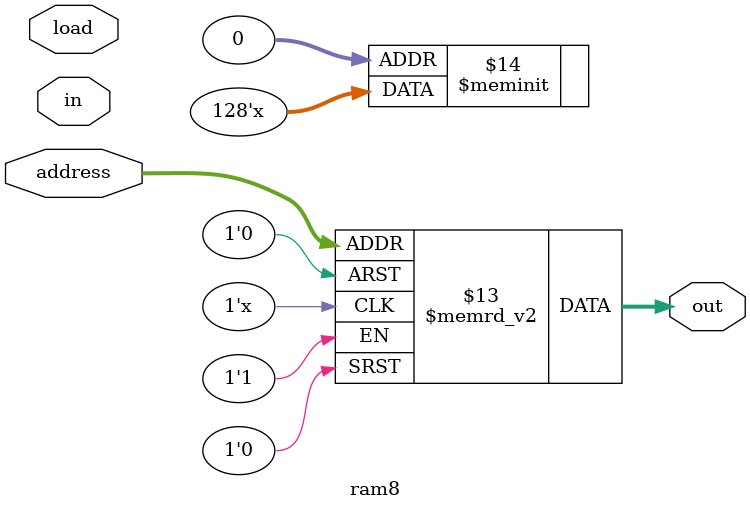
<source format=v>
module ram8(input [15:0] in, input [2:0] address, input load, output reg [15:0] out);
    reg [15:0] ram [7:0];

    always @ (*) begin
        if (load) begin
            ram[address] <= in;
        end
        out = ram[address];
    end

endmodule
</source>
